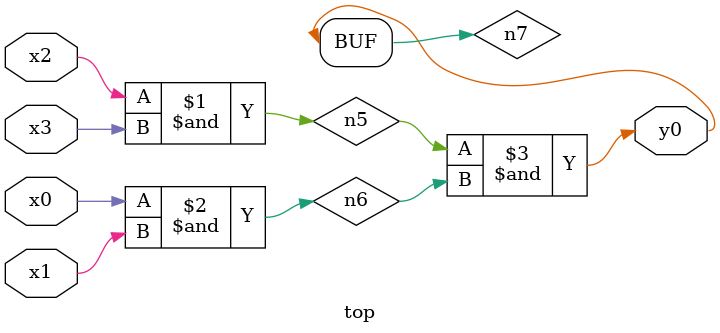
<source format=v>
module top( x0 , x1 , x2 , x3 , y0 );
  input x0 , x1 , x2 , x3 ;
  output y0 ;
  wire n5 , n6 , n7 ;
  assign n5 = x2 & x3 ;
  assign n6 = x0 & x1 ;
  assign n7 = n5 & n6 ;
  assign y0 = n7 ;
endmodule

</source>
